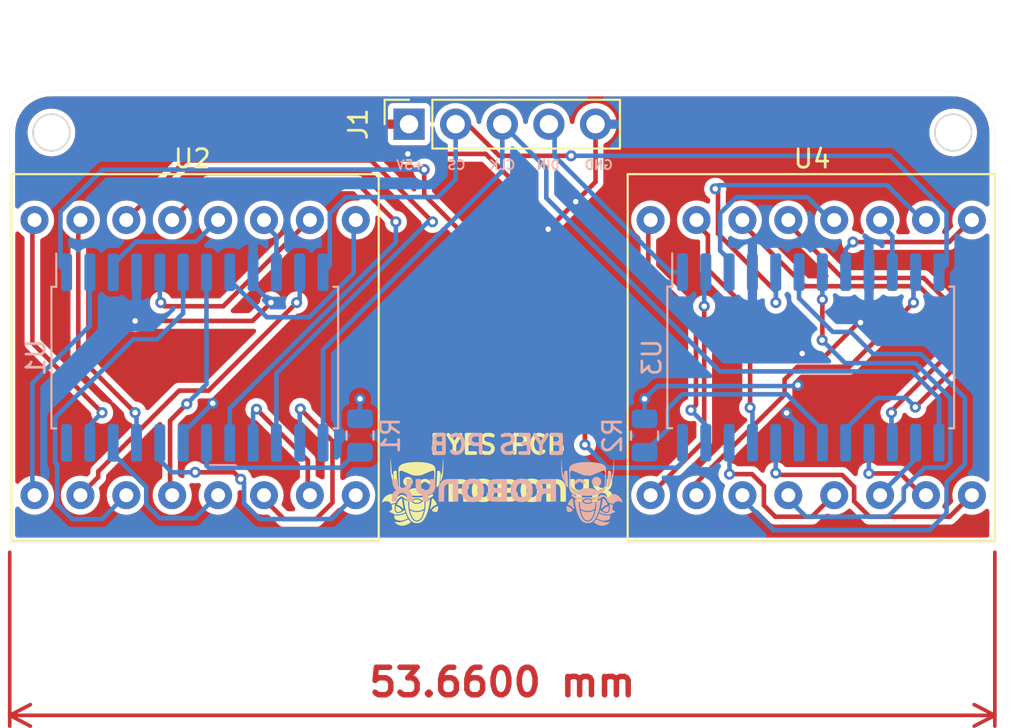
<source format=kicad_pcb>
(kicad_pcb (version 20211014) (generator pcbnew)
  (layers (0 "F.Cu" signal) (31 "B.Cu" signal) (34 "B.Paste" user) (35 "F.Paste" user) (36 "B.SilkS" user "B.Silkscreen") (37 "F.SilkS" user "F.Silkscreen") (38 "B.Mask" user) (39 "F.Mask" user) (44 "Edge.Cuts" user))
  (net 0 "")
  (net 1 "/+5V")
  (net 2 "GND")
  (net 3 "Net-(R1-Pad1)")
  (net 4 "Net-(R2-Pad1)")
  (net 5 "Net-(U1-Pad2)")
  (net 6 "Net-(U1-Pad3)")
  (net 7 "Net-(U1-Pad5)")
  (net 8 "Net-(U1-Pad6)")
  (net 9 "Net-(U1-Pad7)")
  (net 10 "Net-(U1-Pad8)")
  (net 11 "Net-(U1-Pad10)")
  (net 12 "Net-(U1-Pad11)")
  (net 13 "Net-(U1-Pad14)")
  (net 14 "Net-(U1-Pad15)")
  (net 15 "Net-(U1-Pad16)")
  (net 16 "Net-(U1-Pad17)")
  (net 17 "Net-(U1-Pad20)")
  (net 18 "Net-(U1-Pad21)")
  (net 19 "Net-(U1-Pad22)")
  (net 20 "Net-(U1-Pad23)")
  (net 22 "Net-(U3-Pad2)")
  (net 23 "Net-(U3-Pad3)")
  (net 24 "Net-(U3-Pad5)")
  (net 25 "Net-(U3-Pad6)")
  (net 26 "Net-(U3-Pad7)")
  (net 27 "Net-(U3-Pad8)")
  (net 28 "Net-(U3-Pad10)")
  (net 29 "Net-(U3-Pad11)")
  (net 30 "Net-(U3-Pad14)")
  (net 31 "Net-(U3-Pad15)")
  (net 32 "Net-(U3-Pad16)")
  (net 33 "Net-(U3-Pad17)")
  (net 34 "Net-(U3-Pad20)")
  (net 35 "Net-(U3-Pad21)")
  (net 36 "Net-(U3-Pad22)")
  (net 37 "Net-(U3-Pad23)")
  (net 38 "/CS2")
  (net 39 "/CLK")
  (net 40 "/DIN")
  (net 41 "Net-(U1-Pad1)")
  (footprint "Connector_PinSocket_2.54mm:PinSocket_1x05_P2.54mm_Vertical" (layer "F.Cu") (at 127.92 93.275 90)
    (fp_text reference "J1" (at 0 -2.77 90) (layer "F.SilkS"))
    (fp_text value "Conn_01x05_Male")
    (pad "1" thru_hole rect (at 0 0 90) (size 1.7 1.7) (drill 1) (layers *.Cu *.Mask) (net 1 "/+5V"))
    (pad "2" thru_hole oval (at 0 2.54 90) (size 1.7 1.7) (drill 1) (layers *.Cu *.Mask) (net 38 "/CS2"))
    (pad "3" thru_hole oval (at 0 5.08 90) (size 1.7 1.7) (drill 1) (layers *.Cu *.Mask) (net 39 "/CLK"))
    (pad "4" thru_hole oval (at 0 7.62 90) (size 1.7 1.7) (drill 1) (layers *.Cu *.Mask) (net 40 "/DIN"))
    (pad "5" thru_hole oval (at 0 10.16 90) (size 1.7 1.7) (drill 1) (layers *.Cu *.Mask) (net 2 "GND"))
  )
  (footprint "LOGO" (layer "F.Cu") (at 132.75 113.25)
    (fp_text reference "G***" hide)
    (fp_text value "LOGO" hide)
  )
  (footprint "LIB:KWM-20882CBA" (layer "F.Cu") (at 159.83 96 -90)
    (fp_text reference "U4" (at -0.835 9.955 unlocked) (layer "F.SilkS"))
    (fp_text value "KWM-20882CBA")
    (pad "1" thru_hole circle (at 2.5 1.25 180) (size 1.524 1.524) (drill 0.762) (layers *.Mask "F.Cu" "In1.Cu" "B.Cu") (net 27 "Net-(U3-Pad8)"))
    (pad "2" thru_hole circle (at 2.5 3.75 180) (size 1.524 1.524) (drill 0.762) (layers *.Mask "F.Cu" "In1.Cu" "B.Cu") (net 24 "Net-(U3-Pad5)"))
    (pad "3" thru_hole circle (at 2.5 6.25 180) (size 1.524 1.524) (drill 0.762) (layers *.Mask "F.Cu" "In1.Cu" "B.Cu") (net 28 "Net-(U3-Pad10)"))
    (pad "4" thru_hole circle (at 2.5 8.75 180) (size 1.524 1.524) (drill 0.762) (layers *.Mask "F.Cu" "In1.Cu" "B.Cu") (net 23 "Net-(U3-Pad3)"))
    (pad "5" thru_hole circle (at 2.5 11.25 180) (size 1.524 1.524) (drill 0.762) (layers *.Mask "F.Cu" "In1.Cu" "B.Cu") (net 33 "Net-(U3-Pad17)"))
    (pad "6" thru_hole circle (at 2.5 13.75 180) (size 1.524 1.524) (drill 0.762) (layers *.Mask "F.Cu" "In1.Cu" "B.Cu") (net 31 "Net-(U3-Pad15)"))
    (pad "7" thru_hole circle (at 2.5 16.25 180) (size 1.524 1.524) (drill 0.762) (layers *.Mask "F.Cu" "In1.Cu" "B.Cu") (net 35 "Net-(U3-Pad21)"))
    (pad "8" thru_hole circle (at 2.5 18.75 180) (size 1.524 1.524) (drill 0.762) (layers *.Mask "F.Cu" "In1.Cu" "B.Cu") (net 37 "Net-(U3-Pad23)"))
    (pad "9" thru_hole circle (at 17.5 18.75) (size 1.524 1.524) (drill 0.762) (layers *.Cu *.Mask) (net 22 "Net-(U3-Pad2)"))
    (pad "10" thru_hole circle (at 17.5 16.25) (size 1.524 1.524) (drill 0.762) (layers *.Cu *.Mask) (net 29 "Net-(U3-Pad11)"))
    (pad "11" thru_hole circle (at 17.5 13.75) (size 1.524 1.524) (drill 0.762) (layers *.Cu *.Mask) (net 25 "Net-(U3-Pad6)"))
    (pad "12" thru_hole circle (at 17.5 11.25) (size 1.524 1.524) (drill 0.762) (layers *.Cu *.Mask) (net 26 "Net-(U3-Pad7)"))
    (pad "13" thru_hole circle (at 17.5 8.75) (size 1.524 1.524) (drill 0.762) (layers *.Cu *.Mask) (net 36 "Net-(U3-Pad22)"))
    (pad "14" thru_hole circle (at 17.5 6.25) (size 1.524 1.524) (drill 0.762) (layers *.Cu *.Mask) (net 30 "Net-(U3-Pad14)"))
    (pad "15" thru_hole circle (at 17.5 3.75) (size 1.524 1.524) (drill 0.762) (layers *.Cu *.Mask) (net 32 "Net-(U3-Pad16)"))
    (pad "16" thru_hole circle (at 17.5 1.25) (size 1.524 1.524) (drill 0.762) (layers *.Cu *.Mask) (net 34 "Net-(U3-Pad20)"))
  )
  (footprint "LIB:KWM-20882CBA" (layer "F.Cu") (at 126.27 96 -90)
    (fp_text reference "U2" (at -0.845 10.155 unlocked) (layer "F.SilkS"))
    (fp_text value "KWM-20882CBA")
    (pad "1" thru_hole circle (at 2.5 1.25 180) (size 1.524 1.524) (drill 0.762) (layers *.Mask "F.Cu" "In1.Cu" "B.Cu") (net 10 "Net-(U1-Pad8)"))
    (pad "2" thru_hole circle (at 2.5 3.75 180) (size 1.524 1.524) (drill 0.762) (layers *.Mask "F.Cu" "In1.Cu" "B.Cu") (net 7 "Net-(U1-Pad5)"))
    (pad "3" thru_hole circle (at 2.5 6.25 180) (size 1.524 1.524) (drill 0.762) (layers *.Mask "F.Cu" "In1.Cu" "B.Cu") (net 11 "Net-(U1-Pad10)"))
    (pad "4" thru_hole circle (at 2.5 8.75 180) (size 1.524 1.524) (drill 0.762) (layers *.Mask "F.Cu" "In1.Cu" "B.Cu") (net 6 "Net-(U1-Pad3)"))
    (pad "5" thru_hole circle (at 2.5 11.25 180) (size 1.524 1.524) (drill 0.762) (layers *.Mask "F.Cu" "In1.Cu" "B.Cu") (net 16 "Net-(U1-Pad17)"))
    (pad "6" thru_hole circle (at 2.5 13.75 180) (size 1.524 1.524) (drill 0.762) (layers *.Mask "F.Cu" "In1.Cu" "B.Cu") (net 14 "Net-(U1-Pad15)"))
    (pad "7" thru_hole circle (at 2.5 16.25 180) (size 1.524 1.524) (drill 0.762) (layers *.Mask "F.Cu" "In1.Cu" "B.Cu") (net 18 "Net-(U1-Pad21)"))
    (pad "8" thru_hole circle (at 2.5 18.75 180) (size 1.524 1.524) (drill 0.762) (layers *.Mask "F.Cu" "In1.Cu" "B.Cu") (net 20 "Net-(U1-Pad23)"))
    (pad "9" thru_hole circle (at 17.5 18.75) (size 1.524 1.524) (drill 0.762) (layers *.Cu *.Mask) (net 5 "Net-(U1-Pad2)"))
    (pad "10" thru_hole circle (at 17.5 16.25) (size 1.524 1.524) (drill 0.762) (layers *.Cu *.Mask) (net 12 "Net-(U1-Pad11)"))
    (pad "11" thru_hole circle (at 17.5 13.75) (size 1.524 1.524) (drill 0.762) (layers *.Cu *.Mask) (net 8 "Net-(U1-Pad6)"))
    (pad "12" thru_hole circle (at 17.5 11.25) (size 1.524 1.524) (drill 0.762) (layers *.Cu *.Mask) (net 9 "Net-(U1-Pad7)"))
    (pad "13" thru_hole circle (at 17.5 8.75) (size 1.524 1.524) (drill 0.762) (layers *.Cu *.Mask) (net 19 "Net-(U1-Pad22)"))
    (pad "14" thru_hole circle (at 17.5 6.25) (size 1.524 1.524) (drill 0.762) (layers *.Cu *.Mask) (net 13 "Net-(U1-Pad14)"))
    (pad "15" thru_hole circle (at 17.5 3.75) (size 1.524 1.524) (drill 0.762) (layers *.Cu *.Mask) (net 15 "Net-(U1-Pad16)"))
    (pad "16" thru_hole circle (at 17.5 1.25) (size 1.524 1.524) (drill 0.762) (layers *.Cu *.Mask) (net 17 "Net-(U1-Pad20)"))
  )
  (footprint "Package_SO:SOIC-24W_7.5x15.4mm_P1.27mm" (layer "B.Cu") (at 116.25 106 -90)
    (fp_text reference "U1" (at 0 8.65 90) (layer "B.SilkS") (effects (justify mirror)))
    (fp_text value "MAX7219")
    (pad "1" smd roundrect (at -4.65 6.985 270) (size 2.05 0.6) (layers "B.Cu" "B.Paste" "B.Mask") (net 41 "Net-(U1-Pad1)"))
    (pad "2" smd roundrect (at -4.65 5.715 270) (size 2.05 0.6) (layers "B.Cu" "B.Paste" "B.Mask") (net 5 "Net-(U1-Pad2)"))
    (pad "3" smd roundrect (at -4.65 4.445 270) (size 2.05 0.6) (layers "B.Cu" "B.Paste" "B.Mask") (net 6 "Net-(U1-Pad3)"))
    (pad "4" smd roundrect (at -4.65 3.175 270) (size 2.05 0.6) (layers "B.Cu" "B.Paste" "B.Mask") (net 2 "GND"))
    (pad "5" smd roundrect (at -4.65 1.905 270) (size 2.05 0.6) (layers "B.Cu" "B.Paste" "B.Mask") (net 7 "Net-(U1-Pad5)"))
    (pad "6" smd roundrect (at -4.65 0.635 270) (size 2.05 0.6) (layers "B.Cu" "B.Paste" "B.Mask") (net 8 "Net-(U1-Pad6)"))
    (pad "7" smd roundrect (at -4.65 -0.635 270) (size 2.05 0.6) (layers "B.Cu" "B.Paste" "B.Mask") (net 9 "Net-(U1-Pad7)"))
    (pad "8" smd roundrect (at -4.65 -1.905 270) (size 2.05 0.6) (layers "B.Cu" "B.Paste" "B.Mask") (net 10 "Net-(U1-Pad8)"))
    (pad "9" smd roundrect (at -4.65 -3.175 270) (size 2.05 0.6) (layers "B.Cu" "B.Paste" "B.Mask") (net 2 "GND"))
    (pad "10" smd roundrect (at -4.65 -4.445 270) (size 2.05 0.6) (layers "B.Cu" "B.Paste" "B.Mask") (net 11 "Net-(U1-Pad10)"))
    (pad "11" smd roundrect (at -4.65 -5.715 270) (size 2.05 0.6) (layers "B.Cu" "B.Paste" "B.Mask") (net 12 "Net-(U1-Pad11)"))
    (pad "12" smd roundrect (at -4.65 -6.985 270) (size 2.05 0.6) (layers "B.Cu" "B.Paste" "B.Mask") (net 38 "/CS2"))
    (pad "13" smd roundrect (at 4.65 -6.985 270) (size 2.05 0.6) (layers "B.Cu" "B.Paste" "B.Mask") (net 39 "/CLK"))
    (pad "14" smd roundrect (at 4.65 -5.715 270) (size 2.05 0.6) (layers "B.Cu" "B.Paste" "B.Mask") (net 13 "Net-(U1-Pad14)"))
    (pad "15" smd roundrect (at 4.65 -4.445 270) (size 2.05 0.6) (layers "B.Cu" "B.Paste" "B.Mask") (net 14 "Net-(U1-Pad15)"))
    (pad "16" smd roundrect (at 4.65 -3.175 270) (size 2.05 0.6) (layers "B.Cu" "B.Paste" "B.Mask") (net 15 "Net-(U1-Pad16)"))
    (pad "17" smd roundrect (at 4.65 -1.905 270) (size 2.05 0.6) (layers "B.Cu" "B.Paste" "B.Mask") (net 16 "Net-(U1-Pad17)"))
    (pad "18" smd roundrect (at 4.65 -0.635 270) (size 2.05 0.6) (layers "B.Cu" "B.Paste" "B.Mask") (net 3 "Net-(R1-Pad1)"))
    (pad "19" smd roundrect (at 4.65 0.635 270) (size 2.05 0.6) (layers "B.Cu" "B.Paste" "B.Mask") (net 1 "/+5V"))
    (pad "20" smd roundrect (at 4.65 1.905 270) (size 2.05 0.6) (layers "B.Cu" "B.Paste" "B.Mask") (net 17 "Net-(U1-Pad20)"))
    (pad "21" smd roundrect (at 4.65 3.175 270) (size 2.05 0.6) (layers "B.Cu" "B.Paste" "B.Mask") (net 18 "Net-(U1-Pad21)"))
    (pad "22" smd roundrect (at 4.65 4.445 270) (size 2.05 0.6) (layers "B.Cu" "B.Paste" "B.Mask") (net 19 "Net-(U1-Pad22)"))
    (pad "23" smd roundrect (at 4.65 5.715 270) (size 2.05 0.6) (layers "B.Cu" "B.Paste" "B.Mask") (net 20 "Net-(U1-Pad23)"))
    (pad "24" smd roundrect (at 4.65 6.985 270) (size 2.05 0.6) (layers "B.Cu" "B.Paste" "B.Mask"))
  )
  (footprint "Package_SO:SOIC-24W_7.5x15.4mm_P1.27mm" (layer "B.Cu") (at 149.8 105.99 -90)
    (fp_text reference "U3" (at 0 8.65 90) (layer "B.SilkS") (effects (justify mirror)))
    (fp_text value "MAX7219")
    (pad "1" smd roundrect (at -4.65 6.985 270) (size 2.05 0.6) (layers "B.Cu" "B.Paste" "B.Mask") (net 40 "/DIN"))
    (pad "2" smd roundrect (at -4.65 5.715 270) (size 2.05 0.6) (layers "B.Cu" "B.Paste" "B.Mask") (net 22 "Net-(U3-Pad2)"))
    (pad "3" smd roundrect (at -4.65 4.445 270) (size 2.05 0.6) (layers "B.Cu" "B.Paste" "B.Mask") (net 23 "Net-(U3-Pad3)"))
    (pad "4" smd roundrect (at -4.65 3.175 270) (size 2.05 0.6) (layers "B.Cu" "B.Paste" "B.Mask") (net 2 "GND"))
    (pad "5" smd roundrect (at -4.65 1.905 270) (size 2.05 0.6) (layers "B.Cu" "B.Paste" "B.Mask") (net 24 "Net-(U3-Pad5)"))
    (pad "6" smd roundrect (at -4.65 0.635 270) (size 2.05 0.6) (layers "B.Cu" "B.Paste" "B.Mask") (net 25 "Net-(U3-Pad6)"))
    (pad "7" smd roundrect (at -4.65 -0.635 270) (size 2.05 0.6) (layers "B.Cu" "B.Paste" "B.Mask") (net 26 "Net-(U3-Pad7)"))
    (pad "8" smd roundrect (at -4.65 -1.905 270) (size 2.05 0.6) (layers "B.Cu" "B.Paste" "B.Mask") (net 27 "Net-(U3-Pad8)"))
    (pad "9" smd roundrect (at -4.65 -3.175 270) (size 2.05 0.6) (layers "B.Cu" "B.Paste" "B.Mask") (net 2 "GND"))
    (pad "10" smd roundrect (at -4.65 -4.445 270) (size 2.05 0.6) (layers "B.Cu" "B.Paste" "B.Mask") (net 28 "Net-(U3-Pad10)"))
    (pad "11" smd roundrect (at -4.65 -5.715 270) (size 2.05 0.6) (layers "B.Cu" "B.Paste" "B.Mask") (net 29 "Net-(U3-Pad11)"))
    (pad "12" smd roundrect (at -4.65 -6.985 270) (size 2.05 0.6) (layers "B.Cu" "B.Paste" "B.Mask") (net 38 "/CS2"))
    (pad "13" smd roundrect (at 4.65 -6.985 270) (size 2.05 0.6) (layers "B.Cu" "B.Paste" "B.Mask") (net 39 "/CLK"))
    (pad "14" smd roundrect (at 4.65 -5.715 270) (size 2.05 0.6) (layers "B.Cu" "B.Paste" "B.Mask") (net 30 "Net-(U3-Pad14)"))
    (pad "15" smd roundrect (at 4.65 -4.445 270) (size 2.05 0.6) (layers "B.Cu" "B.Paste" "B.Mask") (net 31 "Net-(U3-Pad15)"))
    (pad "16" smd roundrect (at 4.65 -3.175 270) (size 2.05 0.6) (layers "B.Cu" "B.Paste" "B.Mask") (net 32 "Net-(U3-Pad16)"))
    (pad "17" smd roundrect (at 4.65 -1.905 270) (size 2.05 0.6) (layers "B.Cu" "B.Paste" "B.Mask") (net 33 "Net-(U3-Pad17)"))
    (pad "18" smd roundrect (at 4.65 -0.635 270) (size 2.05 0.6) (layers "B.Cu" "B.Paste" "B.Mask") (net 4 "Net-(R2-Pad1)"))
    (pad "19" smd roundrect (at 4.65 0.635 270) (size 2.05 0.6) (layers "B.Cu" "B.Paste" "B.Mask") (net 1 "/+5V"))
    (pad "20" smd roundrect (at 4.65 1.905 270) (size 2.05 0.6) (layers "B.Cu" "B.Paste" "B.Mask") (net 34 "Net-(U3-Pad20)"))
    (pad "21" smd roundrect (at 4.65 3.175 270) (size 2.05 0.6) (layers "B.Cu" "B.Paste" "B.Mask") (net 35 "Net-(U3-Pad21)"))
    (pad "22" smd roundrect (at 4.65 4.445 270) (size 2.05 0.6) (layers "B.Cu" "B.Paste" "B.Mask") (net 36 "Net-(U3-Pad22)"))
    (pad "23" smd roundrect (at 4.65 5.715 270) (size 2.05 0.6) (layers "B.Cu" "B.Paste" "B.Mask") (net 37 "Net-(U3-Pad23)"))
    (pad "24" smd roundrect (at 4.65 6.985 270) (size 2.05 0.6) (layers "B.Cu" "B.Paste" "B.Mask") (net 41 "Net-(U1-Pad1)"))
  )
  (footprint "Resistor_SMD:R_0805_2012Metric" (layer "B.Cu") (at 140.75 110.25 90)
    (fp_text reference "R2" (at 0 -1.75 90) (layer "B.SilkS") (effects (justify mirror)))
    (fp_text value "27K")
    (pad "1" smd roundrect (at -0.9125 0 90) (size 1.025 1.4) (layers "B.Cu" "B.Paste" "B.Mask") (roundrect_rratio 0.243902439) (net 4 "Net-(R2-Pad1)"))
    (pad "2" smd roundrect (at 0.9125 0 90) (size 1.025 1.4) (layers "B.Cu" "B.Paste" "B.Mask") (roundrect_rratio 0.243902439) (net 1 "/+5V"))
  )
  (footprint "Resistor_SMD:R_0805_2012Metric" (layer "B.Cu") (at 125.25 110.25 90)
    (fp_text reference "R1" (at 0 1.65 90) (layer "B.SilkS") (effects (justify mirror)))
    (fp_text value "27K")
    (pad "1" smd roundrect (at -0.9125 0 90) (size 1.025 1.4) (layers "B.Cu" "B.Paste" "B.Mask") (roundrect_rratio 0.243902439) (net 3 "Net-(R1-Pad1)"))
    (pad "2" smd roundrect (at 0.9125 0 90) (size 1.025 1.4) (layers "B.Cu" "B.Paste" "B.Mask") (roundrect_rratio 0.243902439) (net 1 "/+5V"))
  )
  (footprint "LOGO" (layer "B.Cu") (at 133.25 113.25 180)
    (fp_text reference "G***" hide)
    (fp_text value "LOGO" hide)
  )
  (gr_line (start 108.44 91.46) (end 157.56 91.46) (layer "Edge.Cuts") (width 0.01))
  (gr_line (start 106.17 96) (end 106.17 93.73) (layer "Edge.Cuts") (width 0.01))
  (gr_line (start 159.83 116.11) (end 159.83 96) (layer "Edge.Cuts") (width 0.01))
  (gr_line (start 159.83 93.73) (end 159.83 96) (layer "Edge.Cuts") (width 0.01))
  (gr_circle (center 108.44 93.73) (end 108.44 94.73) (layer "Edge.Cuts") (width 0.1) (fill none))
  (gr_arc (start 157.56 91.46) (mid 159.165132 92.124868) (end 159.83 93.73) (layer "Edge.Cuts") (width 0.01))
  (gr_line (start 106.17 116.11) (end 159.83 116.11) (layer "Edge.Cuts") (width 0.01))
  (gr_arc (start 106.17 93.73) (mid 106.834868 92.124868) (end 108.44 91.46) (layer "Edge.Cuts") (width 0.01))
  (gr_line (start 106.17 96) (end 106.17 116.11) (layer "Edge.Cuts") (width 0.01))
  (gr_circle (center 157.56 93.73) (end 156.56 93.73) (layer "Edge.Cuts") (width 0.1) (fill none))
  (gr_text "DIN" (at 135.5 95.5) (layer "B.SilkS") (effects (font (size 0.5 0.5) (thickness 0.1)) (justify mirror)))
  (gr_text "CS" (at 130.5 95.5) (layer "B.SilkS") (effects (font (size 0.5 0.5) (thickness 0.1)) (justify mirror)))
  (gr_text "EYES PCB" (at 132.75 110.75) (layer "B.SilkS") (effects (font (size 1 1) (thickness 0.2)) (justify mirror)))
  (gr_text "+5V" (at 128 95.5) (layer "B.SilkS") (effects (font (size 0.5 0.5) (thickness 0.1)) (justify mirror)))
  (gr_text "GND" (at 138.25 95.5) (layer "B.SilkS") (effects (font (size 0.5 0.5) (thickness 0.1)) (justify mirror)))
  (gr_text "CLK" (at 133 95.5) (layer "B.SilkS") (effects (font (size 0.5 0.5) (thickness 0.1)) (justify mirror)))
  (gr_text "EYES PCB" (at 132.75 110.75) (layer "F.SilkS") (effects (font (size 1 1) (thickness 0.2))))
  (dimension (type aligned) (layer "F.Cu") (pts (xy 106.17 116.11) (xy 159.83 116.11)) (height 9.389999) (gr_text "53.6600 mm" (at 133 123.699999) (layer "F.Cu") (effects (font (size 1.5 1.5) (thickness 0.3)))) (format (units 3) (units_format 1) (precision 4)) (style (thickness 0.2) (arrow_length 1.27) (text_position_mode 0) (extension_height 0.58642) (extension_offset 0.5) keep_text_aligned))
  (segment (start 149.1 108.4) (end 148.487701 109.012299) (width 0.25) (layer "F.Cu") (net 1))
  (segment (start 149.1 107.5) (end 149.1 108.4) (width 0.25) (layer "F.Cu") (net 1))
  (via (at 117.229107 108.487322) (size 0.6) (drill 0.3) (layers "F.Cu" "B.Cu") (net 1))
  (via (at 148.487701 109.012299) (size 0.6) (drill 0.3) (layers "F.Cu" "B.Cu") (net 1))
  (via (at 125.25 108.25) (size 0.6) (drill 0.3) (layers "F.Cu" "B.Cu") (net 1))
  (via (at 149.1 107.5) (size 0.6) (drill 0.3) (layers "F.Cu" "B.Cu") (net 1))
  (via (at 140.75 108.25) (size 0.6) (drill 0.3) (layers "F.Cu" "B.Cu") (net 1))
  (segment (start 115.615 110.65) (end 115.615 110.101429) (width 0.25) (layer "B.Cu") (net 1))
  (segment (start 149.05 107.55) (end 149.1 107.5) (width 0.25) (layer "B.Cu") (net 1))
  (segment (start 140.75 108.25) (end 141.45 107.55) (width 0.25) (layer "B.Cu") (net 1))
  (segment (start 141.45 107.55) (end 149.05 107.55) (width 0.25) (layer "B.Cu") (net 1))
  (segment (start 148.487701 109.012299) (end 149.165 109.689598) (width 0.25) (layer "B.Cu") (net 1))
  (segment (start 115.615 110.101429) (end 117.229107 108.487322) (width 0.25) (layer "B.Cu") (net 1))
  (segment (start 125.25 108.25) (end 125.25 109.3375) (width 0.25) (layer "B.Cu") (net 1))
  (segment (start 149.165 109.689598) (end 149.165 110.64) (width 0.25) (layer "B.Cu") (net 1))
  (segment (start 140.75 109.3375) (end 140.75 108.25) (width 0.25) (layer "B.Cu") (net 1))
  (segment (start 113 104) (end 119.4 104) (width 0.25) (layer "F.Cu") (net 2))
  (segment (start 127.854799 94.895201) (end 132.095201 94.895201) (width 0.25) (layer "F.Cu") (net 2))
  (segment (start 149.337685 105.7755) (end 149.612185 106.05) (width 0.25) (layer "F.Cu") (net 2))
  (segment (start 149.612185 106.05) (end 150.445305 106.05) (width 0.25) (layer "F.Cu") (net 2))
  (segment (start 152.406708 104.088597) (end 152.511444 104.088597) (width 0.25) (layer "F.Cu") (net 2))
  (segment (start 132.095201 94.895201) (end 135.5 98.3) (width 0.25) (layer "F.Cu") (net 2))
  (segment (start 138.08 96.42) (end 138.08 93.275) (width 0.25) (layer "F.Cu") (net 2))
  (segment (start 135.5 98.3) (end 135.5 99) (width 0.25) (layer "F.Cu") (net 2))
  (segment (start 119.4 104) (end 120.401424 102.998576) (width 0.25) (layer "F.Cu") (net 2))
  (segment (start 150.445305 106.05) (end 152.406708 104.088597) (width 0.25) (layer "F.Cu") (net 2))
  (segment (start 135.5 99) (end 138.08 96.42) (width 0.25) (layer "F.Cu") (net 2))
  (via (at 113 104) (size 0.6) (drill 0.3) (layers "F.Cu" "B.Cu") (net 2))
  (via (at 127.854799 94.895201) (size 0.6) (drill 0.3) (layers "F.Cu" "B.Cu") (net 2))
  (via (at 137 97.5) (size 0.6) (drill 0.3) (layers "F.Cu" "B.Cu") (net 2))
  (via (at 152.511444 104.088597) (size 0.6) (drill 0.3) (layers "F.Cu" "B.Cu") (net 2))
  (via (at 135.5 99) (size 0.6) (drill 0.3) (layers "F.Cu" "B.Cu") (net 2))
  (via (at 120.401424 102.998576) (size 0.6) (drill 0.3) (layers "F.Cu" "B.Cu") (net 2))
  (via (at 149.337685 105.7755) (size 0.6) (drill 0.3) (layers "F.Cu" "B.Cu") (net 2))
  (segment (start 152.975 103.625041) (end 152.975 101.34) (width 0.25) (layer "B.Cu") (net 2))
  (segment (start 119.425 101.35) (end 119.425 102.022152) (width 0.25) (layer "B.Cu") (net 2))
  (segment (start 119.425 102.022152) (end 120.401424 102.998576) (width 0.25) (layer "B.Cu") (net 2))
  (segment (start 152.511444 104.088597) (end 152.975 103.625041) (width 0.25) (layer "B.Cu") (net 2))
  (segment (start 113.075 103.925) (end 113.075 101.35) (width 0.25) (layer "B.Cu") (net 2))
  (segment (start 113 104) (end 113.075 103.925) (width 0.25) (layer "B.Cu") (net 2))
  (segment (start 116.885 111.885) (end 116.885 110.65) (width 0.25) (layer "B.Cu") (net 3))
  (segment (start 125.0375 111.1625) (end 124.2 112) (width 0.25) (layer "B.Cu") (net 3))
  (segment (start 124.2 112) (end 117 112) (width 0.25) (layer "B.Cu") (net 3))
  (segment (start 117 112) (end 116.885 111.885) (width 0.25) (layer "B.Cu") (net 3))
  (segment (start 125.25 111.1625) (end 125.0375 111.1625) (width 0.25) (layer "B.Cu") (net 3))
  (segment (start 142.8 108) (end 142 108.8) (width 0.25) (layer "B.Cu") (net 4))
  (segment (start 148.5 108) (end 142.8 108) (width 0.25) (layer "B.Cu") (net 4))
  (segment (start 150.435 110.64) (end 150.435 109.935) (width 0.25) (layer "B.Cu") (net 4))
  (segment (start 142 109.9125) (end 140.75 111.1625) (width 0.25) (layer "B.Cu") (net 4))
  (segment (start 150.435 109.935) (end 148.5 108) (width 0.25) (layer "B.Cu") (net 4))
  (segment (start 142 108.8) (end 142 109.9125) (width 0.25) (layer "B.Cu") (net 4))
  (segment (start 107.405 107.395) (end 110.535 104.265) (width 0.25) (layer "B.Cu") (net 5))
  (segment (start 110.535 104.265) (end 110.535 101.35) (width 0.25) (layer "B.Cu") (net 5))
  (segment (start 107.405 113.595) (end 107.405 107.395) (width 0.25) (layer "B.Cu") (net 5))
  (segment (start 116.318 99.682) (end 117.405 98.595) (width 0.25) (layer "B.Cu") (net 6))
  (segment (start 111.805 101.35) (end 111.805 100.923249) (width 0.25) (layer "B.Cu") (net 6))
  (segment (start 111.805 100.923249) (end 113.046249 99.682) (width 0.25) (layer "B.Cu") (net 6))
  (segment (start 113.046249 99.682) (end 116.318 99.682) (width 0.25) (layer "B.Cu") (net 6))
  (segment (start 114.6 103.2) (end 117.8 103.2) (width 0.25) (layer "F.Cu") (net 7))
  (segment (start 114.4 103) (end 114.6 103.2) (width 0.25) (layer "F.Cu") (net 7))
  (segment (start 117.8 103.2) (end 122.405 98.595) (width 0.25) (layer "F.Cu") (net 7))
  (via (at 114.4 103) (size 0.6) (drill 0.3) (layers "F.Cu" "B.Cu") (net 7))
  (segment (start 114.345 102.945) (end 114.345 101.35) (width 0.25) (layer "B.Cu") (net 7))
  (segment (start 114.4 103) (end 114.345 102.945) (width 0.25) (layer "B.Cu") (net 7))
  (segment (start 108.75 111.831751) (end 108.75 113.977251) (width 0.25) (layer "B.Cu") (net 8))
  (segment (start 112.904562 105) (end 108.64 109.264562) (width 0.25) (layer "B.Cu") (net 8))
  (segment (start 109.572749 114.8) (end 111.2 114.8) (width 0.25) (layer "B.Cu") (net 8))
  (segment (start 111.2 114.8) (end 112.405 113.595) (width 0.25) (layer "B.Cu") (net 8))
  (segment (start 108.75 113.977251) (end 109.572749 114.8) (width 0.25) (layer "B.Cu") (net 8))
  (segment (start 115.615 103.585) (end 114.2 105) (width 0.25) (layer "B.Cu") (net 8))
  (segment (start 114.2 105) (end 112.904562 105) (width 0.25) (layer "B.Cu") (net 8))
  (segment (start 108.64 109.264562) (end 108.64 111.721751) (width 0.25) (layer "B.Cu") (net 8))
  (segment (start 115.615 101.35) (end 115.615 103.585) (width 0.25) (layer "B.Cu") (net 8))
  (segment (start 108.64 111.721751) (end 108.75 111.831751) (width 0.25) (layer "B.Cu") (net 8))
  (segment (start 115.812299 108.5245) (end 114.905 109.431799) (width 0.25) (layer "F.Cu") (net 9))
  (segment (start 114.905 109.431799) (end 114.905 113.595) (width 0.25) (layer "F.Cu") (net 9))
  (via (at 115.812299 108.5245) (size 0.6) (drill 0.3) (layers "F.Cu" "B.Cu") (net 9))
  (segment (start 116.885 107.451799) (end 116.885 101.35) (width 0.25) (layer "B.Cu") (net 9))
  (segment (start 115.812299 108.5245) (end 116.885 107.451799) (width 0.25) (layer "B.Cu") (net 9))
  (segment (start 122.481751 103.8) (end 124.905 101.376751) (width 0.25) (layer "B.Cu") (net 10))
  (segment (start 118.155 101.35) (end 118.155 101.776751) (width 0.25) (layer "B.Cu") (net 10))
  (segment (start 118.155 101.776751) (end 120.178249 103.8) (width 0.25) (layer "B.Cu") (net 10))
  (segment (start 124.905 101.376751) (end 124.905 98.595) (width 0.25) (layer "B.Cu") (net 10))
  (segment (start 120.178249 103.8) (end 122.481751 103.8) (width 0.25) (layer "B.Cu") (net 10))
  (segment (start 120.695 101.35) (end 120.695 99.385) (width 0.25) (layer "B.Cu") (net 11))
  (segment (start 120.695 99.385) (end 119.905 98.595) (width 0.25) (layer "B.Cu") (net 11))
  (segment (start 115.4 107.8) (end 110.992 112.208) (width 0.25) (layer "F.Cu") (net 12))
  (segment (start 117 107.8) (end 115.4 107.8) (width 0.25) (layer "F.Cu") (net 12))
  (segment (start 110.992 112.508) (end 109.905 113.595) (width 0.25) (layer "F.Cu") (net 12))
  (segment (start 121.8 103) (end 117 107.8) (width 0.25) (layer "F.Cu") (net 12))
  (segment (start 110.992 112.208) (end 110.992 112.508) (width 0.25) (layer "F.Cu") (net 12))
  (via (at 121.8 103) (size 0.6) (drill 0.3) (layers "F.Cu" "B.Cu") (net 12))
  (segment (start 121.965 101.35) (end 121.965 102.835) (width 0.25) (layer "B.Cu") (net 12))
  (segment (start 121.965 102.835) (end 121.8 103) (width 0.25) (layer "B.Cu") (net 12))
  (segment (start 123.75 113.903626) (end 122.853626 114.8) (width 0.25) (layer "F.Cu") (net 13))
  (segment (start 123.75 110.55) (end 123.75 113.903626) (width 0.25) (layer "F.Cu") (net 13))
  (segment (start 122.853626 114.8) (end 121.11 114.8) (width 0.25) (layer "F.Cu") (net 13))
  (segment (start 122 108.8) (end 123.75 110.55) (width 0.25) (layer "F.Cu") (net 13))
  (segment (start 121.11 114.8) (end 119.905 113.595) (width 0.25) (layer "F.Cu") (net 13))
  (via (at 122 108.8) (size 0.6) (drill 0.3) (layers "F.Cu" "B.Cu") (net 13))
  (segment (start 121.965 110.65) (end 121.965 108.835) (width 0.25) (layer "B.Cu") (net 13))
  (segment (start 121.965 108.835) (end 122 108.8) (width 0.25) (layer "B.Cu") (net 13))
  (segment (start 129.2 98.6) (end 125.85 95.25) (width 0.25) (layer "F.Cu") (net 14))
  (segment (start 125.85 95.25) (end 115.75 95.25) (width 0.25) (layer "F.Cu") (net 14))
  (segment (start 115.75 95.25) (end 112.405 98.595) (width 0.25) (layer "F.Cu") (net 14))
  (via (at 129.2 98.6) (size 0.6) (drill 0.3) (layers "F.Cu" "B.Cu") (net 14))
  (segment (start 128.954543 98.6) (end 120.695 106.859543) (width 0.25) (layer "B.Cu") (net 14))
  (segment (start 120.695 106.859543) (end 120.695 110.65) (width 0.25) (layer "B.Cu") (net 14))
  (segment (start 129.2 98.6) (end 128.954543 98.6) (width 0.25) (layer "B.Cu") (net 14))
  (segment (start 122.405 111.605) (end 122.405 113.595) (width 0.25) (layer "F.Cu") (net 15))
  (segment (start 119.612299 108.812299) (end 122.405 111.605) (width 0.25) (layer "F.Cu") (net 15))
  (via (at 119.612299 108.812299) (size 0.6) (drill 0.3) (layers "F.Cu" "B.Cu") (net 15))
  (segment (start 119.425 108.999598) (end 119.612299 108.812299) (width 0.25) (layer "B.Cu") (net 15))
  (segment (start 119.425 110.65) (end 119.425 108.999598) (width 0.25) (layer "B.Cu") (net 15))
  (segment (start 117 96.5) (end 114.905 98.595) (width 0.25) (layer "F.Cu") (net 16))
  (segment (start 125.1 96.5) (end 117 96.5) (width 0.25) (layer "F.Cu") (net 16))
  (segment (start 127.2 98.6) (end 125.1 96.5) (width 0.25) (layer "F.Cu") (net 16))
  (via (at 127.2 98.6) (size 0.6) (drill 0.3) (layers "F.Cu" "B.Cu") (net 16))
  (segment (start 118.155 108.763147) (end 118.155 110.65) (width 0.25) (layer "B.Cu") (net 16))
  (segment (start 127.2 99.718147) (end 118.155 108.763147) (width 0.25) (layer "B.Cu") (net 16))
  (segment (start 127.2 98.6) (end 127.2 99.718147) (width 0.25) (layer "B.Cu") (net 16))
  (segment (start 118.3755 112.25) (end 116.2745 112.25) (width 0.25) (layer "F.Cu") (net 17))
  (segment (start 118.75 112.6245) (end 118.3755 112.25) (width 0.25) (layer "F.Cu") (net 17))
  (via (at 116.2745 112.25) (size 0.6) (drill 0.3) (layers "F.Cu" "B.Cu") (net 17))
  (via (at 118.75 112.6245) (size 0.6) (drill 0.3) (layers "F.Cu" "B.Cu") (net 17))
  (segment (start 119.782749 114.8) (end 123.7 114.8) (width 0.25) (layer "B.Cu") (net 17))
  (segment (start 114.345 111.595) (end 114.345 110.65) (width 0.25) (layer "B.Cu") (net 17))
  (segment (start 118.933 112.8075) (end 118.933 113.950251) (width 0.25) (layer "B.Cu") (net 17))
  (segment (start 116.2745 112.25) (end 115 112.25) (width 0.25) (layer "B.Cu") (net 17))
  (segment (start 115 112.25) (end 114.345 111.595) (width 0.25) (layer "B.Cu") (net 17))
  (segment (start 118.933 113.950251) (end 119.782749 114.8) (width 0.25) (layer "B.Cu") (net 17))
  (segment (start 123.7 114.8) (end 124.905 113.595) (width 0.25) (layer "B.Cu") (net 17))
  (segment (start 118.75 112.6245) (end 118.933 112.8075) (width 0.25) (layer "B.Cu") (net 17))
  (segment (start 109.905 105.905) (end 109.905 98.595) (width 0.25) (layer "F.Cu") (net 18))
  (segment (start 113 109) (end 109.905 105.905) (width 0.25) (layer "F.Cu") (net 18))
  (via (at 113 109) (size 0.6) (drill 0.3) (layers "F.Cu" "B.Cu") (net 18))
  (segment (start 113.075 110.65) (end 113.075 109.075) (width 0.25) (layer "B.Cu") (net 18))
  (segment (start 113.075 109.075) (end 113 109) (width 0.25) (layer "B.Cu") (net 18))
  (segment (start 114.35 114.75) (end 116.25 114.75) (width 0.25) (layer "B.Cu") (net 19))
  (segment (start 113.607 113.049749) (end 113.607 114.007) (width 0.25) (layer "B.Cu") (net 19))
  (segment (start 111.805 111.247749) (end 113.607 113.049749) (width 0.25) (layer "B.Cu") (net 19))
  (segment (start 116.25 114.75) (end 117.405 113.595) (width 0.25) (layer "B.Cu") (net 19))
  (segment (start 111.805 110.65) (end 111.805 111.247749) (width 0.25) (layer "B.Cu") (net 19))
  (segment (start 113.607 114.007) (end 114.35 114.75) (width 0.25) (layer "B.Cu") (net 19))
  (segment (start 111.2 109) (end 107.405 105.205) (width 0.25) (layer "F.Cu") (net 20))
  (segment (start 107.405 105.205) (end 107.405 98.595) (width 0.25) (layer "F.Cu") (net 20))
  (via (at 111.2 109) (size 0.6) (drill 0.3) (layers "F.Cu" "B.Cu") (net 20))
  (segment (start 110.535 110.65) (end 110.535 109.665) (width 0.25) (layer "B.Cu") (net 20))
  (segment (start 110.535 109.665) (end 111.2 109) (width 0.25) (layer "B.Cu") (net 20))
  (segment (start 144 110.54) (end 144 103.2) (width 0.25) (layer "F.Cu") (net 22))
  (segment (start 140.955 113.585) (end 144 110.54) (width 0.25) (layer "F.Cu") (net 22))
  (via (at 144 103.2) (size 0.6) (drill 0.3) (layers "F.Cu" "B.Cu") (net 22))
  (segment (start 144 101.425) (end 144.085 101.34) (width 0.25) (layer "B.Cu") (net 22))
  (segment (start 144 103.2) (end 144 101.425) (width 0.25) (layer "B.Cu") (net 22))
  (segment (start 149.62 97.25) (end 150.955 98.585) (width 0.25) (layer "B.Cu") (net 23))
  (segment (start 145.355 101.34) (end 145.355 100.655) (width 0.25) (layer "B.Cu") (net 23))
  (segment (start 145.355 100.655) (end 144.868 100.168) (width 0.25) (layer "B.Cu") (net 23))
  (segment (start 144.868 100.168) (end 144.868 98.134749) (width 0.25) (layer "B.Cu") (net 23))
  (segment (start 144.868 98.134749) (end 145.752749 97.25) (width 0.25) (layer "B.Cu") (net 23))
  (segment (start 145.752749 97.25) (end 149.62 97.25) (width 0.25) (layer "B.Cu") (net 23))
  (segment (start 144.75 99.243604) (end 144.75 96.95) (width 0.25) (layer "F.Cu") (net 24))
  (segment (start 147.9 103) (end 147.9 102.393604) (width 0.25) (layer "F.Cu") (net 24))
  (segment (start 144.75 96.95) (end 144.6 96.8) (width 0.25) (layer "F.Cu") (net 24))
  (segment (start 147.9 102.393604) (end 144.75 99.243604) (width 0.25) (layer "F.Cu") (net 24))
  (via (at 147.9 103) (size 0.6) (drill 0.3) (layers "F.Cu" "B.Cu") (net 24))
  (via (at 144.6 96.8) (size 0.6) (drill 0.3) (layers "F.Cu" "B.Cu") (net 24))
  (segment (start 147.9 101.345) (end 147.895 101.34) (width 0.25) (layer "B.Cu") (net 24))
  (segment (start 144.8 96.6) (end 153.97 96.6) (width 0.25) (layer "B.Cu") (net 24))
  (segment (start 144.6 96.8) (end 144.8 96.6) (width 0.25) (layer "B.Cu") (net 24))
  (segment (start 153.97 96.6) (end 155.955 98.585) (width 0.25) (layer "B.Cu") (net 24))
  (segment (start 147.9 103) (end 147.9 101.345) (width 0.25) (layer "B.Cu") (net 24))
  (segment (start 153.198249 105.8) (end 151.998249 104.6) (width 0.25) (layer "B.Cu") (net 25))
  (segment (start 156.279999 115.4) (end 157.2 114.479999) (width 0.25) (layer "B.Cu") (net 25))
  (segment (start 158.2 108.2) (end 155.8 105.8) (width 0.25) (layer "B.Cu") (net 25))
  (segment (start 147.77 115.4) (end 156.279999 115.4) (width 0.25) (layer "B.Cu") (net 25))
  (segment (start 155.8 105.8) (end 153.198249 105.8) (width 0.25) (layer "B.Cu") (net 25))
  (segment (start 158.2 111.8) (end 158.2 108.2) (width 0.25) (layer "B.Cu") (net 25))
  (segment (start 151.998249 104.6) (end 151 104.6) (width 0.25) (layer "B.Cu") (net 25))
  (segment (start 157.2 112.8) (end 158.2 111.8) (width 0.25) (layer "B.Cu") (net 25))
  (segment (start 151 104.6) (end 149.165 102.765) (width 0.25) (layer "B.Cu") (net 25))
  (segment (start 145.955 113.585) (end 147.77 115.4) (width 0.25) (layer "B.Cu") (net 25))
  (segment (start 157.2 114.479999) (end 157.2 112.8) (width 0.25) (layer "B.Cu") (net 25))
  (segment (start 149.165 102.765) (end 149.165 101.34) (width 0.25) (layer "B.Cu") (net 25))
  (segment (start 150.435 105.035) (end 150.435 102.835) (width 0.25) (layer "F.Cu") (net 26))
  (via (at 150.422701 105.047299) (size 0.6) (drill 0.3) (layers "F.Cu" "B.Cu") (net 26))
  (via (at 150.435 102.835) (size 0.6) (drill 0.3) (layers "F.Cu" "B.Cu") (net 26))
  (segment (start 157.121751 112) (end 157.41 111.711751) (width 0.25) (layer "B.Cu") (net 26))
  (segment (start 156.002749 112) (end 157.121751 112) (width 0.25) (layer "B.Cu") (net 26))
  (segment (start 154.868 113.134749) (end 156.002749 112) (width 0.25) (layer "B.Cu") (net 26))
  (segment (start 155.5 106.3) (end 151.675402 106.3) (width 0.25) (layer "B.Cu") (net 26))
  (segment (start 154.868 113.807) (end 154.868 113.134749) (width 0.25) (layer "B.Cu") (net 26))
  (segment (start 151.675402 106.3) (end 150.422701 105.047299) (width 0.25) (layer "B.Cu") (net 26))
  (segment (start 157.41 108.21) (end 155.5 106.3) (width 0.25) (layer "B.Cu") (net 26))
  (segment (start 154.003 114.672) (end 154.868 113.807) (width 0.25) (layer "B.Cu") (net 26))
  (segment (start 150.435 102.835) (end 150.435 101.34) (width 0.25) (layer "B.Cu") (net 26))
  (segment (start 148.455 113.585) (end 149.542 114.672) (width 0.25) (layer "B.Cu") (net 26))
  (segment (start 149.542 114.672) (end 154.003 114.672) (width 0.25) (layer "B.Cu") (net 26))
  (segment (start 157.41 111.711751) (end 157.41 108.21) (width 0.25) (layer "B.Cu") (net 26))
  (segment (start 158.455 98.585) (end 157.34 99.7) (width 0.25) (layer "F.Cu") (net 27))
  (segment (start 157.34 99.7) (end 152.1 99.7) (width 0.25) (layer "F.Cu") (net 27))
  (via (at 152.1 99.7) (size 0.6) (drill 0.3) (layers "F.Cu" "B.Cu") (net 27))
  (segment (start 151.705 100.095) (end 152.1 99.7) (width 0.25) (layer "B.Cu") (net 27))
  (segment (start 151.705 101.34) (end 151.705 100.095) (width 0.25) (layer "B.Cu") (net 27))
  (segment (start 154.245 101.34) (end 154.245 99.375) (width 0.25) (layer "B.Cu") (net 28))
  (segment (start 154.245 99.375) (end 153.455 98.585) (width 0.25) (layer "B.Cu") (net 28))
  (segment (start 149.074695 106.5) (end 148.375 107.199695) (width 0.25) (layer "F.Cu") (net 29))
  (segment (start 151.9 106.5) (end 149.074695 106.5) (width 0.25) (layer "F.Cu") (net 29))
  (segment (start 143.455 112.945) (end 143.455 113.585) (width 0.25) (layer "F.Cu") (net 29))
  (segment (start 155.4 103) (end 151.9 106.5) (width 0.25) (layer "F.Cu") (net 29))
  (segment (start 148.375 107.199695) (end 148.375 108.025) (width 0.25) (layer "F.Cu") (net 29))
  (segment (start 148.375 108.025) (end 143.455 112.945) (width 0.25) (layer "F.Cu") (net 29))
  (via (at 155.4 103) (size 0.6) (drill 0.3) (layers "F.Cu" "B.Cu") (net 29))
  (segment (start 155.4 103) (end 155.4 101.455) (width 0.25) (layer "B.Cu") (net 29))
  (segment (start 155.4 101.455) (end 155.515 101.34) (width 0.25) (layer "B.Cu") (net 29))
  (segment (start 153.455 113.585) (end 155.515 111.525) (width 0.25) (layer "B.Cu") (net 30))
  (segment (start 155.515 111.525) (end 155.515 110.64) (width 0.25) (layer "B.Cu") (net 30))
  (segment (start 154.2 109) (end 154.2 108.9) (width 0.25) (layer "F.Cu") (net 31))
  (segment (start 149.48 102.11) (end 145.955 98.585) (width 0.25) (layer "F.Cu") (net 31))
  (segment (start 157.1 103.5) (end 155.71 102.11) (width 0.25) (layer "F.Cu") (net 31))
  (segment (start 154.2 108.9) (end 157.1 106) (width 0.25) (layer "F.Cu") (net 31))
  (segment (start 155.71 102.11) (end 149.48 102.11) (width 0.25) (layer "F.Cu") (net 31))
  (segment (start 157.1 106) (end 157.1 103.5) (width 0.25) (layer "F.Cu") (net 31))
  (via (at 154.2 109) (size 0.6) (drill 0.3) (layers "F.Cu" "B.Cu") (net 31))
  (segment (start 154.2 110.595) (end 154.245 110.64) (width 0.25) (layer "B.Cu") (net 31))
  (segment (start 154.2 109) (end 154.2 110.595) (width 0.25) (layer "B.Cu") (net 31))
  (segment (start 155.955 113.585) (end 154.683972 112.313972) (width 0.25) (layer "F.Cu") (net 32))
  (segment (start 154.683972 112.313972) (end 152.966968 112.313972) (width 0.25) (layer "F.Cu") (net 32))
  (via (at 152.966968 112.313972) (size 0.6) (drill 0.3) (layers "F.Cu" "B.Cu") (net 32))
  (segment (start 152.966968 112.313972) (end 152.966968 110.648032) (width 0.25) (layer "B.Cu") (net 32))
  (segment (start 148.455 98.585) (end 151.53 101.66) (width 0.25) (layer "F.Cu") (net 33))
  (segment (start 157.8 106.4) (end 155.5 108.7) (width 0.25) (layer "F.Cu") (net 33))
  (segment (start 151.53 101.66) (end 155.96 101.66) (width 0.25) (layer "F.Cu") (net 33))
  (segment (start 157.8 103.5) (end 157.8 106.4) (width 0.25) (layer "F.Cu") (net 33))
  (segment (start 155.96 101.66) (end 157.8 103.5) (width 0.25) (layer "F.Cu") (net 33))
  (via (at 155.5 108.7) (size 0.6) (drill 0.3) (layers "F.Cu" "B.Cu") (net 33))
  (segment (start 151.705 109.895) (end 151.705 110.64) (width 0.25) (layer "B.Cu") (net 33))
  (segment (start 155.5 108.7) (end 155.000305 108.200305) (width 0.25) (layer "B.Cu") (net 33))
  (segment (start 155.000305 108.200305) (end 153.399695 108.200305) (width 0.25) (layer "B.Cu") (net 33))
  (segment (start 153.399695 108.200305) (end 151.705 109.895) (width 0.25) (layer "B.Cu") (net 33))
  (segment (start 152.167 113.834251) (end 153.004749 114.672) (width 0.25) (layer "F.Cu") (net 34))
  (segment (start 157.368 114.672) (end 158.455 113.585) (width 0.25) (layer "F.Cu") (net 34))
  (segment (start 147.895 112.294771) (end 147.993641 112.393412) (width 0.25) (layer "F.Cu") (net 34))
  (segment (start 147.993641 112.393412) (end 151.510663 112.393412) (width 0.25) (layer "F.Cu") (net 34))
  (segment (start 151.510663 112.393412) (end 152.167 113.049749) (width 0.25) (layer "F.Cu") (net 34))
  (segment (start 153.004749 114.672) (end 157.368 114.672) (width 0.25) (layer "F.Cu") (net 34))
  (segment (start 152.167 113.049749) (end 152.167 113.834251) (width 0.25) (layer "F.Cu") (net 34))
  (via (at 147.895 112.294771) (size 0.6) (drill 0.3) (layers "F.Cu" "B.Cu") (net 34))
  (segment (start 147.895 112.294771) (end 147.895 110.64) (width 0.25) (layer "B.Cu") (net 34))
  (segment (start 144.2 99.33) (end 143.455 98.585) (width 0.25) (layer "F.Cu") (net 35))
  (segment (start 146.5 103.5) (end 144.2 101.2) (width 0.25) (layer "F.Cu") (net 35))
  (segment (start 146.5 108.7245) (end 146.5 103.5) (width 0.25) (layer "F.Cu") (net 35))
  (segment (start 144.2 101.2) (end 144.2 99.33) (width 0.25) (layer "F.Cu") (net 35))
  (via (at 146.5 108.7245) (size 0.6) (drill 0.3) (layers "F.Cu" "B.Cu") (net 35))
  (segment (start 146.5 108.7245) (end 146.625 108.8495) (width 0.25) (layer "B.Cu") (net 35))
  (segment (start 146.625 108.8495) (end 146.625 110.64) (width 0.25) (layer "B.Cu") (net 35))
  (segment (start 145.377532 112.352028) (end 146.602028 112.352028) (width 0.25) (layer "F.Cu") (net 36))
  (segment (start 147.872 114.672) (end 149.868 114.672) (width 0.25) (layer "F.Cu") (net 36))
  (segment (start 149.868 114.672) (end 150.955 113.585) (width 0.25) (layer "F.Cu") (net 36))
  (segment (start 147.25 114.05) (end 147.872 114.672) (width 0.25) (layer "F.Cu") (net 36))
  (segment (start 147.25 113) (end 147.25 114.05) (width 0.25) (layer "F.Cu") (net 36))
  (segment (start 146.602028 112.352028) (end 147.25 113) (width 0.25) (layer "F.Cu") (net 36))
  (via (at 145.377532 112.352028) (size 0.6) (drill 0.3) (layers "F.Cu" "B.Cu") (net 36))
  (segment (start 145.377532 111.089283) (end 145.355 111.066751) (width 0.25) (layer "B.Cu") (net 36))
  (segment (start 145.377532 112.352028) (end 145.377532 111.089283) (width 0.25) (layer "B.Cu") (net 36))
  (segment (start 145.355 111.066751) (end 145.355 110.64) (width 0.25) (layer "B.Cu") (net 36))
  (segment (start 143.55 103.775305) (end 140.955 101.180305) (width 0.25) (layer "F.Cu") (net 37))
  (segment (start 140.955 101.180305) (end 140.955 98.585) (width 0.25) (layer "F.Cu") (net 37))
  (segment (start 143.55 108.58775) (end 143.55 103.775305) (width 0.25) (layer "F.Cu") (net 37))
  (segment (start 143.2755 108.86225) (end 143.55 108.58775) (width 0.25) (layer "F.Cu") (net 37))
  (via (at 143.2755 108.86225) (size 0.6) (drill 0.3) (layers "F.Cu" "B.Cu") (net 37))
  (segment (start 144.085 109.67175) (end 144.085 110.64) (width 0.25) (layer "B.Cu") (net 37))
  (segment (start 143.2755 108.86225) (end 144.085 109.67175) (width 0.25) (layer "B.Cu") (net 37))
  (segment (start 136.75 95) (end 132.836396 95) (width 0.25) (layer "F.Cu") (net 38))
  (segment (start 131.111396 93.275) (end 130.46 93.275) (width 0.25) (layer "F.Cu") (net 38))
  (segment (start 132.836396 95) (end 131.111396 93.275) (width 0.25) (layer "F.Cu") (net 38))
  (via (at 136.75 95) (size 0.6) (drill 0.3) (layers "F.Cu" "B.Cu") (net 38))
  (segment (start 124.5 97.25) (end 129.5 97.25) (width 0.25) (layer "B.Cu") (net 38))
  (segment (start 130.46 96.29) (end 130.46 93.275) (width 0.25) (layer "B.Cu") (net 38))
  (segment (start 123.235 101.35) (end 123.607 100.978) (width 0.25) (layer "B.Cu") (net 38))
  (segment (start 154.117251 95) (end 157.2 98.082749) (width 0.25) (layer "B.Cu") (net 38))
  (segment (start 129.5 97.25) (end 130.46 96.29) (width 0.25) (layer "B.Cu") (net 38))
  (segment (start 157.2 98.082749) (end 157.2 100.925) (width 0.25) (layer "B.Cu") (net 38))
  (segment (start 157.2 100.925) (end 156.785 101.34) (width 0.25) (layer "B.Cu") (net 38))
  (segment (start 123.607 100.978) (end 123.607 98.143) (width 0.25) (layer "B.Cu") (net 38))
  (segment (start 136.75 95) (end 154.117251 95) (width 0.25) (layer "B.Cu") (net 38))
  (segment (start 123.607 98.143) (end 124.5 97.25) (width 0.25) (layer "B.Cu") (net 38))
  (segment (start 135.4 97.3) (end 144.85 106.75) (width 0.25) (layer "B.Cu") (net 39))
  (segment (start 123.235 105.565) (end 129.475 99.325) (width 0.25) (layer "B.Cu") (net 39))
  (segment (start 156.785 108.221396) (end 156.785 110.64) (width 0.25) (layer "B.Cu") (net 39))
  (segment (start 155.313604 106.75) (end 156.785 108.221396) (width 0.25) (layer "B.Cu") (net 39))
  (segment (start 123.235 110.65) (end 123.235 105.565) (width 0.25) (layer "B.Cu") (net 39))
  (segment (start 135.4 95.675) (end 135.4 97.3) (width 0.25) (layer "B.Cu") (net 39))
  (segment (start 129.500305 99.325) (end 133 95.825305) (width 0.25) (layer "B.Cu") (net 39))
  (segment (start 133 95.825305) (end 133 93.275) (width 0.25) (layer "B.Cu") (net 39))
  (segment (start 129.475 99.325) (end 129.500305 99.325) (width 0.25) (layer "B.Cu") (net 39))
  (segment (start 144.85 106.75) (end 155.313604 106.75) (width 0.25) (layer "B.Cu") (net 39))
  (segment (start 133 93.275) (end 135.4 95.675) (width 0.25) (layer "B.Cu") (net 39))
  (segment (start 135.85 93.585) (end 135.85 95.017251) (width 0.25) (layer "B.Cu") (net 40))
  (segment (start 135.85 95.017251) (end 142.172749 101.34) (width 0.25) (layer "B.Cu") (net 40))
  (segment (start 142.172749 101.34) (end 142.815 101.34) (width 0.25) (layer "B.Cu") (net 40))
  (segment (start 135.54 93.275) (end 135.85 93.585) (width 0.25) (layer "B.Cu") (net 40))
  (segment (start 128.75 95.75) (end 128.75 97.133884) (width 0.25) (layer "F.Cu") (net 41))
  (segment (start 137.5 105.883884) (end 137.5 110.75) (width 0.25) (layer "F.Cu") (net 41))
  (segment (start 128.75 97.133884) (end 137.5 105.883884) (width 0.25) (layer "F.Cu") (net 41))
  (via (at 128.75 95.75) (size 0.6) (drill 0.3) (layers "F.Cu" "B.Cu") (net 41))
  (via (at 137.5 110.75) (size 0.6) (drill 0.3) (layers "F.Cu" "B.Cu") (net 41))
  (segment (start 108.933 101.018) (end 109.265 101.35) (width 0.25) (layer "B.Cu") (net 41))
  (segment (start 128.75 95.75) (end 111.232749 95.75) (width 0.25) (layer "B.Cu") (net 41))
  (segment (start 142.815 111.685) (end 142.815 110.64) (width 0.25) (layer "B.Cu") (net 41))
  (segment (start 111.232749 95.75) (end 108.933 98.049749) (width 0.25) (layer "B.Cu") (net 41))
  (segment (start 142.5 112) (end 142.815 111.685) (width 0.25) (layer "B.Cu") (net 41))
  (segment (start 138.75 112) (end 142.5 112) (width 0.25) (layer "B.Cu") (net 41))
  (segment (start 137.5 110.75) (end 138.75 112) (width 0.25) (layer "B.Cu") (net 41))
  (segment (start 108.933 98.049749) (end 108.933 101.018) (width 0.25) (layer "B.Cu") (net 41))
  (zone (net 1) (net_name "/+5V") (layer "F.Cu") (connect_pads (clearance 0.3)) (min_thickness 0.254) (fill yes (thermal_gap 0.508) (thermal_bridge_width 0.508))
    (polygon (pts (xy 160.25 116.6) (xy 105.64 116.599806) (xy 105.65 90.949806) (xy 160.25 90.95)))
  )
  (zone (net 2) (net_name "GND") (layer "B.Cu") (connect_pads (clearance 0.3)) (min_thickness 0.254) (fill yes (thermal_gap 0.508) (thermal_bridge_width 0.508))
    (polygon (pts (xy 160.25 116.6) (xy 105.64 116.599806) (xy 105.65 90.949806) (xy 160.25 90.95)))
  )
)
</source>
